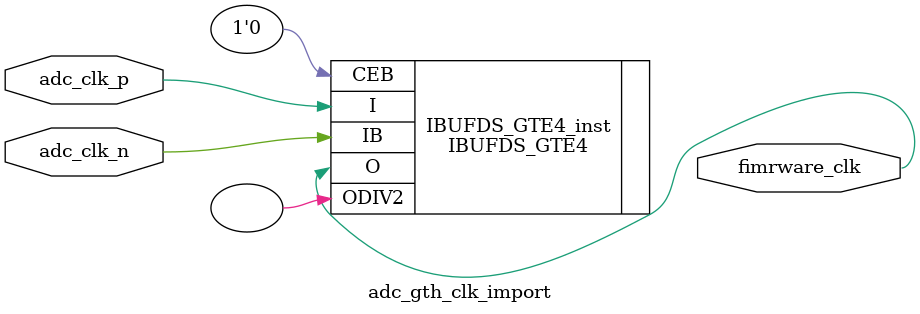
<source format=v>
module adc_gth_clk_import (input adc_clk_p,
                           input adc_clk_n,
                           output fimrware_clk);

  IBUFDS_GTE4 #(
     .REFCLK_EN_TX_PATH(1'b0),   // Refer to Transceiver User Guide.
     .REFCLK_HROW_CK_SEL(2'b00), // Refer to Transceiver User Guide.
     .REFCLK_ICNTL_RX(2'b00)     // Refer to Transceiver User Guide.
  )
  IBUFDS_GTE4_inst (
     .O(fimrware_clk),         // 1-bit output: Refer to Transceiver User Guide.
     .ODIV2(), // 1-bit output: Refer to Transceiver User Guide.
     .CEB(1'b0),     // 1-bit input: Refer to Transceiver User Guide.
     .I(adc_clk_p),         // 1-bit input: Refer to Transceiver User Guide.
     .IB(adc_clk_n)        // 1-bit input: Refer to Transceiver User Guide.
  );

endmodule

</source>
